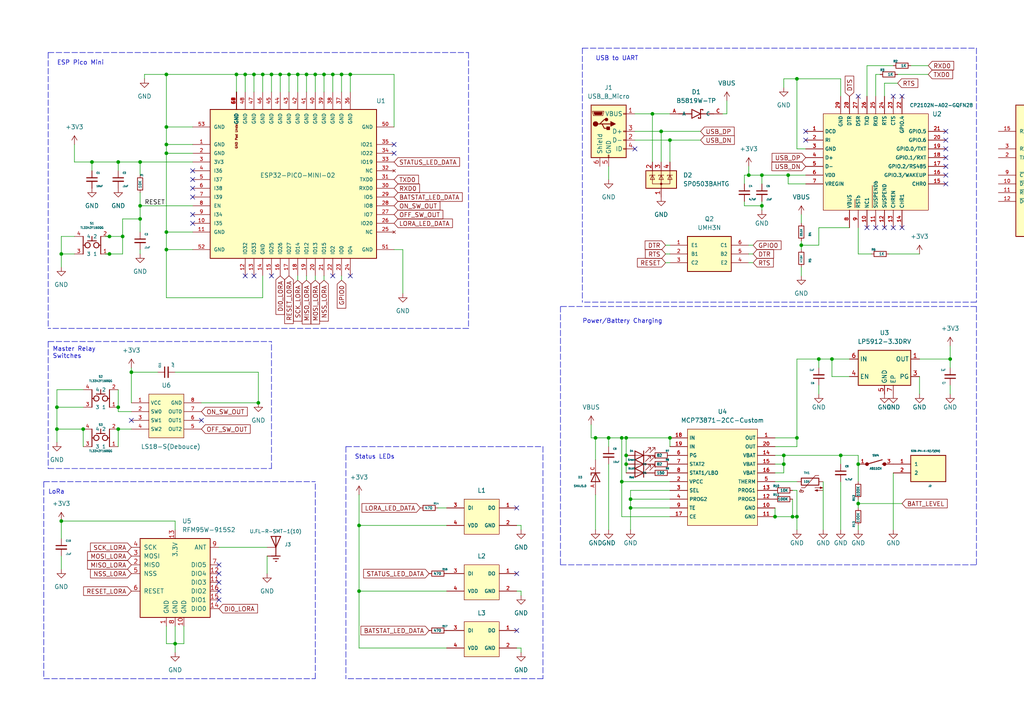
<source format=kicad_sch>
(kicad_sch (version 20211123) (generator eeschema)
  (paper "A4")
  (title_block (title "Kill Switch - Remote") (date "2023-01-18") (rev "1.0") (company "Created by: Greg Hulette") (comment 1 "- LoRa to WiFi Bridge") (comment 2 "- Buttons for Master Relay") (comment 3 "- Creates WiFi Network"))
  (junction (at 220.98 59.69))
  (junction (at 76.2 21.59))
  (junction (at 248.92 146.05))
  (junction (at 88.9 21.59))
  (junction (at 48.26 21.59))
  (junction (at 248.92 134.62))
  (junction (at 180.34 127))
  (junction (at 180.34 139.7))
  (junction (at 99.06 21.59))
  (junction (at 229.87 149.86))
  (junction (at 232.41 71.12))
  (junction (at 228.6 50.8))
  (junction (at 48.26 44.45))
  (junction (at 24.13 124.46))
  (junction (at 50.8 186.69))
  (junction (at 182.88 144.78))
  (junction (at 224.79 149.86))
  (junction (at 34.29 46.99))
  (junction (at 93.98 21.59))
  (junction (at 17.78 73.66))
  (junction (at 83.82 21.59))
  (junction (at 48.26 72.39))
  (junction (at 231.14 127))
  (junction (at 48.26 41.91))
  (junction (at 68.58 21.59))
  (junction (at 231.14 22.86))
  (junction (at 17.78 151.13))
  (junction (at 16.51 124.46))
  (junction (at 189.23 33.02))
  (junction (at 71.12 21.59))
  (junction (at 101.6 21.59))
  (junction (at 78.74 21.59))
  (junction (at 181.61 127))
  (junction (at 48.26 67.31))
  (junction (at 40.64 46.99))
  (junction (at 104.14 152.4))
  (junction (at 35.56 68.58))
  (junction (at 40.64 59.69))
  (junction (at 74.93 116.84))
  (junction (at 182.88 147.32))
  (junction (at 194.31 40.64))
  (junction (at 86.36 21.59))
  (junction (at 34.29 124.46))
  (junction (at 172.72 127))
  (junction (at 217.17 50.8))
  (junction (at 237.49 104.14))
  (junction (at 40.64 63.5))
  (junction (at 73.66 21.59))
  (junction (at 181.61 132.08))
  (junction (at 220.98 50.8))
  (junction (at 227.33 132.08))
  (junction (at 241.3 104.14))
  (junction (at 194.31 127))
  (junction (at 91.44 21.59))
  (junction (at 38.1 107.95))
  (junction (at 16.51 118.11))
  (junction (at 243.84 132.08))
  (junction (at 191.77 38.1))
  (junction (at 227.33 134.62))
  (junction (at 275.59 104.14))
  (junction (at 81.28 21.59))
  (junction (at 181.61 134.62))
  (junction (at 31.75 73.66))
  (junction (at 26.67 46.99))
  (junction (at 104.14 171.45))
  (junction (at 48.26 36.83))
  (junction (at 34.29 118.11))
  (junction (at 31.75 68.58))
  (junction (at 176.53 127))
  (junction (at 231.14 149.86))
  (junction (at 96.52 21.59))
  (no_connect (at 259.08 27.94))
  (no_connect (at 149.86 166.37))
  (no_connect (at 63.5 166.37))
  (no_connect (at 63.5 163.83))
  (no_connect (at 63.5 168.91))
  (no_connect (at 63.5 173.99))
  (no_connect (at 63.5 171.45))
  (no_connect (at 55.88 57.15))
  (no_connect (at 55.88 62.23))
  (no_connect (at 55.88 49.53))
  (no_connect (at 55.88 52.07))
  (no_connect (at 55.88 54.61))
  (no_connect (at 71.12 80.01))
  (no_connect (at 55.88 64.77))
  (no_connect (at 114.3 41.91))
  (no_connect (at 96.52 80.01))
  (no_connect (at 101.6 80.01))
  (no_connect (at 73.66 80.01))
  (no_connect (at 78.74 80.01))
  (no_connect (at 114.3 44.45))
  (no_connect (at 149.86 147.32))
  (no_connect (at 149.86 182.88))
  (no_connect (at 38.1 121.92))
  (no_connect (at 58.42 121.92))
  (no_connect (at 248.92 27.94))
  (no_connect (at 233.68 38.1))
  (no_connect (at 233.68 40.64))
  (no_connect (at 261.62 27.94))
  (no_connect (at 256.54 66.04))
  (no_connect (at 254 66.04))
  (no_connect (at 251.46 66.04))
  (no_connect (at 274.32 53.34))
  (no_connect (at 274.32 38.1))
  (no_connect (at 274.32 40.64))
  (no_connect (at 274.32 43.18))
  (no_connect (at 274.32 45.72))
  (no_connect (at 274.32 48.26))
  (no_connect (at 274.32 50.8))
  (no_connect (at 261.62 66.04))
  (no_connect (at 259.08 66.04))
  (no_connect (at 184.15 43.18))
  (polyline (pts (xy 135.89 15.24) (xy 135.89 95.25)))
  (polyline (pts (xy 100.33 129.54) (xy 157.48 129.54)))
  (wire (pts (xy 193.04 76.2) (xy 194.31 76.2)))
  (wire (pts (xy 16.51 113.03) (xy 16.51 118.11)))
  (wire (pts (xy 237.49 104.14) (xy 241.3 104.14)))
  (wire (pts (xy 40.64 46.99) (xy 34.29 46.99)))
  (wire (pts (xy 55.88 72.39) (xy 48.26 72.39)))
  (wire (pts (xy 215.9 58.42) (xy 215.9 59.69)))
  (wire (pts (xy 180.34 139.7) (xy 180.34 149.86)))
  (wire (pts (xy 104.14 187.96) (xy 129.54 187.96)))
  (wire (pts (xy 50.8 186.69) (xy 50.8 189.23)))
  (wire (pts (xy 254 27.94) (xy 254 21.59)))
  (wire (pts (xy 231.14 104.14) (xy 237.49 104.14)))
  (wire (pts (xy 256.54 27.94) (xy 256.54 24.13)))
  (wire (pts (xy 171.45 123.19) (xy 171.45 127)))
  (polyline (pts (xy 12.7 196.85) (xy 91.44 196.85)))
  (wire (pts (xy 34.29 118.11) (xy 34.29 119.38)))
  (wire (pts (xy 48.26 67.31) (xy 55.88 67.31)))
  (wire (pts (xy 71.12 21.59) (xy 71.12 26.67)))
  (polyline (pts (xy 13.97 99.06) (xy 78.74 99.06)))
  (polyline (pts (xy 168.91 13.97) (xy 283.21 13.97)))
  (wire (pts (xy 17.78 161.29) (xy 17.78 165.1)))
  (wire (pts (xy 220.98 53.34) (xy 220.98 50.8)))
  (wire (pts (xy 181.61 132.08) (xy 181.61 134.62)))
  (wire (pts (xy 93.98 21.59) (xy 96.52 21.59)))
  (wire (pts (xy 17.78 68.58) (xy 17.78 73.66)))
  (wire (pts (xy 218.44 73.66) (xy 217.17 73.66)))
  (wire (pts (xy 40.64 59.69) (xy 40.64 63.5)))
  (wire (pts (xy 232.41 77.47) (xy 232.41 80.01)))
  (wire (pts (xy 104.14 143.51) (xy 104.14 152.4)))
  (wire (pts (xy 181.61 134.62) (xy 181.61 137.16)))
  (wire (pts (xy 237.49 66.04) (xy 237.49 71.12)))
  (wire (pts (xy 209.55 33.02) (xy 210.82 33.02)))
  (wire (pts (xy 182.88 147.32) (xy 194.31 147.32)))
  (wire (pts (xy 48.26 72.39) (xy 48.26 67.31)))
  (wire (pts (xy 48.26 44.45) (xy 48.26 41.91)))
  (wire (pts (xy 86.36 21.59) (xy 86.36 26.67)))
  (wire (pts (xy 48.26 21.59) (xy 48.26 36.83)))
  (wire (pts (xy 53.34 181.61) (xy 53.34 186.69)))
  (wire (pts (xy 194.31 73.66) (xy 193.04 73.66)))
  (wire (pts (xy 194.31 127) (xy 194.31 129.54)))
  (wire (pts (xy 189.23 33.02) (xy 189.23 46.99)))
  (wire (pts (xy 16.51 118.11) (xy 24.13 118.11)))
  (polyline (pts (xy 283.21 88.9) (xy 283.21 163.83)))
  (wire (pts (xy 91.44 21.59) (xy 91.44 26.67)))
  (polyline (pts (xy 13.97 135.89) (xy 78.74 135.89)))
  (wire (pts (xy 88.9 21.59) (xy 91.44 21.59)))
  (wire (pts (xy 40.64 46.99) (xy 40.64 50.8)))
  (polyline (pts (xy 283.21 87.63) (xy 168.91 87.63)))
  (wire (pts (xy 48.26 41.91) (xy 55.88 41.91)))
  (wire (pts (xy 35.56 63.5) (xy 35.56 68.58)))
  (wire (pts (xy 224.79 139.7) (xy 231.14 139.7)))
  (wire (pts (xy 229.87 142.24) (xy 231.14 142.24)))
  (polyline (pts (xy 135.89 95.25) (xy 13.97 95.25)))
  (wire (pts (xy 228.6 50.8) (xy 220.98 50.8)))
  (wire (pts (xy 172.72 153.67) (xy 172.72 143.51)))
  (wire (pts (xy 21.59 41.91) (xy 21.59 46.99)))
  (wire (pts (xy 151.13 153.67) (xy 151.13 152.4)))
  (wire (pts (xy 215.9 59.69) (xy 220.98 59.69)))
  (wire (pts (xy 30.48 73.66) (xy 31.75 73.66)))
  (polyline (pts (xy 91.44 196.85) (xy 91.44 139.7)))
  (wire (pts (xy 275.59 114.3) (xy 275.59 111.76)))
  (polyline (pts (xy 162.56 88.9) (xy 162.56 163.83)))
  (wire (pts (xy 264.16 19.05) (xy 269.24 19.05)))
  (wire (pts (xy 220.98 58.42) (xy 220.98 59.69)))
  (wire (pts (xy 180.34 127) (xy 181.61 127)))
  (wire (pts (xy 16.51 124.46) (xy 16.51 128.27)))
  (polyline (pts (xy 12.7 139.7) (xy 91.44 139.7)))
  (wire (pts (xy 232.41 71.12) (xy 232.41 72.39)))
  (wire (pts (xy 55.88 46.99) (xy 40.64 46.99)))
  (wire (pts (xy 86.36 21.59) (xy 88.9 21.59)))
  (wire (pts (xy 26.67 46.99) (xy 21.59 46.99)))
  (wire (pts (xy 17.78 73.66) (xy 21.59 73.66)))
  (wire (pts (xy 73.66 21.59) (xy 76.2 21.59)))
  (wire (pts (xy 224.79 127) (xy 231.14 127)))
  (wire (pts (xy 151.13 171.45) (xy 149.86 171.45)))
  (polyline (pts (xy 168.91 13.97) (xy 168.91 87.63)))
  (wire (pts (xy 91.44 81.28) (xy 91.44 80.01)))
  (wire (pts (xy 83.82 21.59) (xy 86.36 21.59)))
  (wire (pts (xy 48.26 21.59) (xy 68.58 21.59)))
  (wire (pts (xy 176.53 48.26) (xy 176.53 52.07)))
  (wire (pts (xy 129.54 152.4) (xy 104.14 152.4)))
  (wire (pts (xy 71.12 21.59) (xy 73.66 21.59)))
  (wire (pts (xy 129.54 147.32) (xy 127 147.32)))
  (wire (pts (xy 181.61 127) (xy 181.61 132.08)))
  (wire (pts (xy 77.47 161.29) (xy 77.47 166.37)))
  (wire (pts (xy 40.64 72.39) (xy 40.64 73.66)))
  (wire (pts (xy 248.92 152.4) (xy 248.92 153.67)))
  (wire (pts (xy 233.68 50.8) (xy 228.6 50.8)))
  (wire (pts (xy 53.34 186.69) (xy 50.8 186.69)))
  (wire (pts (xy 246.38 109.22) (xy 241.3 109.22)))
  (wire (pts (xy 220.98 59.69) (xy 220.98 60.96)))
  (polyline (pts (xy 12.7 139.7) (xy 12.7 196.85)))
  (wire (pts (xy 17.78 151.13) (xy 17.78 156.21)))
  (wire (pts (xy 88.9 81.28) (xy 88.9 80.01)))
  (wire (pts (xy 184.15 40.64) (xy 194.31 40.64)))
  (wire (pts (xy 194.31 139.7) (xy 180.34 139.7)))
  (wire (pts (xy 38.1 107.95) (xy 38.1 116.84)))
  (wire (pts (xy 227.33 22.86) (xy 227.33 25.4)))
  (wire (pts (xy 224.79 137.16) (xy 227.33 137.16)))
  (wire (pts (xy 182.88 144.78) (xy 194.31 144.78)))
  (wire (pts (xy 40.64 55.88) (xy 40.64 59.69)))
  (wire (pts (xy 50.8 181.61) (xy 50.8 186.69)))
  (wire (pts (xy 81.28 21.59) (xy 83.82 21.59)))
  (wire (pts (xy 38.1 106.68) (xy 38.1 107.95)))
  (wire (pts (xy 237.49 106.68) (xy 237.49 104.14)))
  (wire (pts (xy 48.26 181.61) (xy 48.26 186.69)))
  (wire (pts (xy 237.49 71.12) (xy 232.41 71.12)))
  (wire (pts (xy 176.53 153.67) (xy 176.53 134.62)))
  (wire (pts (xy 248.92 132.08) (xy 248.92 134.62)))
  (wire (pts (xy 224.79 134.62) (xy 227.33 134.62)))
  (wire (pts (xy 266.7 104.14) (xy 275.59 104.14)))
  (wire (pts (xy 101.6 26.67) (xy 101.6 21.59)))
  (wire (pts (xy 76.2 80.01) (xy 76.2 86.36)))
  (wire (pts (xy 34.29 119.38) (xy 38.1 119.38)))
  (wire (pts (xy 182.88 144.78) (xy 182.88 147.32)))
  (wire (pts (xy 50.8 107.95) (xy 74.93 107.95)))
  (wire (pts (xy 194.31 40.64) (xy 194.31 46.99)))
  (wire (pts (xy 48.26 186.69) (xy 50.8 186.69)))
  (wire (pts (xy 17.78 73.66) (xy 17.78 77.47)))
  (wire (pts (xy 210.82 29.21) (xy 210.82 33.02)))
  (wire (pts (xy 76.2 26.67) (xy 76.2 21.59)))
  (wire (pts (xy 26.67 46.99) (xy 26.67 49.53)))
  (wire (pts (xy 227.33 137.16) (xy 227.33 134.62)))
  (wire (pts (xy 74.93 107.95) (xy 74.93 116.84)))
  (wire (pts (xy 217.17 76.2) (xy 218.44 76.2)))
  (wire (pts (xy 248.92 134.62) (xy 248.92 139.7)))
  (wire (pts (xy 182.88 147.32) (xy 182.88 153.67)))
  (wire (pts (xy 259.08 153.67) (xy 259.08 137.16)))
  (wire (pts (xy 231.14 22.86) (xy 227.33 22.86)))
  (wire (pts (xy 16.51 118.11) (xy 16.51 124.46)))
  (wire (pts (xy 86.36 81.28) (xy 86.36 80.01)))
  (wire (pts (xy 96.52 21.59) (xy 96.52 26.67)))
  (wire (pts (xy 224.79 129.54) (xy 231.14 129.54)))
  (wire (pts (xy 229.87 149.86) (xy 231.14 149.86)))
  (wire (pts (xy 104.14 171.45) (xy 129.54 171.45)))
  (wire (pts (xy 248.92 144.78) (xy 248.92 146.05)))
  (wire (pts (xy 172.72 133.35) (xy 172.72 127)))
  (wire (pts (xy 227.33 132.08) (xy 243.84 132.08)))
  (wire (pts (xy 68.58 21.59) (xy 68.58 26.67)))
  (wire (pts (xy 151.13 187.96) (xy 149.86 187.96)))
  (wire (pts (xy 104.14 152.4) (xy 104.14 171.45)))
  (wire (pts (xy 34.29 124.46) (xy 34.29 129.54)))
  (wire (pts (xy 41.91 21.59) (xy 48.26 21.59)))
  (wire (pts (xy 241.3 104.14) (xy 246.38 104.14)))
  (wire (pts (xy 233.68 53.34) (xy 228.6 53.34)))
  (wire (pts (xy 231.14 153.67) (xy 231.14 149.86)))
  (wire (pts (xy 243.84 132.08) (xy 248.92 132.08)))
  (wire (pts (xy 48.26 86.36) (xy 48.26 72.39)))
  (wire (pts (xy 275.59 100.33) (xy 275.59 104.14)))
  (wire (pts (xy 248.92 146.05) (xy 261.62 146.05)))
  (wire (pts (xy 238.76 139.7) (xy 238.76 153.67)))
  (wire (pts (xy 34.29 46.99) (xy 34.29 49.53)))
  (polyline (pts (xy 157.48 129.54) (xy 157.48 196.85)))
  (wire (pts (xy 184.15 33.02) (xy 189.23 33.02)))
  (wire (pts (xy 99.06 21.59) (xy 101.6 21.59)))
  (wire (pts (xy 58.42 116.84) (xy 74.93 116.84)))
  (wire (pts (xy 114.3 21.59) (xy 101.6 21.59)))
  (wire (pts (xy 78.74 21.59) (xy 78.74 26.67)))
  (wire (pts (xy 35.56 63.5) (xy 40.64 63.5)))
  (polyline (pts (xy 100.33 129.54) (xy 100.33 196.85)))
  (wire (pts (xy 24.13 124.46) (xy 24.13 129.54)))
  (wire (pts (xy 96.52 21.59) (xy 99.06 21.59)))
  (wire (pts (xy 116.84 72.39) (xy 116.84 85.09)))
  (wire (pts (xy 191.77 38.1) (xy 191.77 46.99)))
  (wire (pts (xy 231.14 104.14) (xy 231.14 127)))
  (wire (pts (xy 231.14 129.54) (xy 231.14 127)))
  (wire (pts (xy 151.13 152.4) (xy 149.86 152.4)))
  (polyline (pts (xy 78.74 135.89) (xy 78.74 99.06)))
  (wire (pts (xy 233.68 43.18) (xy 231.14 43.18)))
  (polyline (pts (xy 162.56 163.83) (xy 283.21 163.83)))
  (wire (pts (xy 151.13 172.72) (xy 151.13 171.45)))
  (wire (pts (xy 81.28 21.59) (xy 81.28 26.67)))
  (wire (pts (xy 248.92 73.66) (xy 252.73 73.66)))
  (wire (pts (xy 176.53 129.54) (xy 176.53 127)))
  (wire (pts (xy 35.56 68.58) (xy 35.56 73.66)))
  (wire (pts (xy 41.91 21.59) (xy 41.91 22.86)))
  (wire (pts (xy 104.14 171.45) (xy 104.14 187.96)))
  (wire (pts (xy 251.46 27.94) (xy 251.46 19.05)))
  (wire (pts (xy 88.9 21.59) (xy 88.9 26.67)))
  (wire (pts (xy 232.41 62.23) (xy 232.41 64.77)))
  (wire (pts (xy 254 21.59) (xy 255.27 21.59)))
  (wire (pts (xy 93.98 21.59) (xy 93.98 26.67)))
  (wire (pts (xy 248.92 146.05) (xy 248.92 147.32)))
  (wire (pts (xy 31.75 68.58) (xy 35.56 68.58)))
  (wire (pts (xy 50.8 153.67) (xy 50.8 151.13)))
  (wire (pts (xy 180.34 127) (xy 180.34 139.7)))
  (wire (pts (xy 248.92 66.04) (xy 248.92 73.66)))
  (wire (pts (xy 93.98 81.28) (xy 93.98 80.01)))
  (wire (pts (xy 151.13 189.23) (xy 151.13 187.96)))
  (wire (pts (xy 181.61 127) (xy 194.31 127)))
  (wire (pts (xy 50.8 151.13) (xy 17.78 151.13)))
  (wire (pts (xy 217.17 48.26) (xy 217.17 50.8)))
  (wire (pts (xy 83.82 21.59) (xy 83.82 26.67)))
  (wire (pts (xy 40.64 59.69) (xy 55.88 59.69)))
  (wire (pts (xy 229.87 149.86) (xy 224.79 149.86)))
  (wire (pts (xy 34.29 124.46) (xy 38.1 124.46)))
  (wire (pts (xy 63.5 158.75) (xy 77.47 158.75)))
  (wire (pts (xy 30.48 68.58) (xy 31.75 68.58)))
  (wire (pts (xy 176.53 127) (xy 180.34 127)))
  (wire (pts (xy 17.78 68.58) (xy 21.59 68.58)))
  (polyline (pts (xy 283.21 13.97) (xy 283.21 87.63)))
  (wire (pts (xy 243.84 27.94) (xy 243.84 22.86)))
  (wire (pts (xy 232.41 69.85) (xy 232.41 71.12)))
  (wire (pts (xy 215.9 50.8) (xy 217.17 50.8)))
  (wire (pts (xy 48.26 44.45) (xy 55.88 44.45)))
  (wire (pts (xy 16.51 124.46) (xy 24.13 124.46)))
  (polyline (pts (xy 13.97 99.06) (xy 13.97 135.89)))
  (wire (pts (xy 231.14 142.24) (xy 231.14 149.86)))
  (wire (pts (xy 91.44 21.59) (xy 93.98 21.59)))
  (wire (pts (xy 16.51 113.03) (xy 24.13 113.03)))
  (wire (pts (xy 217.17 50.8) (xy 220.98 50.8)))
  (wire (pts (xy 73.66 21.59) (xy 73.66 26.67)))
  (wire (pts (xy 114.3 36.83) (xy 114.3 21.59)))
  (wire (pts (xy 194.31 142.24) (xy 182.88 142.24)))
  (wire (pts (xy 257.81 73.66) (xy 266.7 73.66)))
  (polyline (pts (xy 283.21 88.9) (xy 162.56 88.9)))
  (wire (pts (xy 182.88 142.24) (xy 182.88 144.78)))
  (wire (pts (xy 40.64 63.5) (xy 40.64 67.31)))
  (wire (pts (xy 55.88 36.83) (xy 48.26 36.83)))
  (wire (pts (xy 189.23 33.02) (xy 194.31 33.02)))
  (wire (pts (xy 184.15 38.1) (xy 191.77 38.1)))
  (wire (pts (xy 78.74 21.59) (xy 81.28 21.59)))
  (wire (pts (xy 48.26 36.83) (xy 48.26 41.91)))
  (polyline (pts (xy 157.48 196.85) (xy 100.33 196.85)))
  (wire (pts (xy 215.9 53.34) (xy 215.9 50.8)))
  (wire (pts (xy 224.79 147.32) (xy 224.79 149.86)))
  (wire (pts (xy 194.31 149.86) (xy 180.34 149.86)))
  (wire (pts (xy 34.29 46.99) (xy 26.67 46.99)))
  (wire (pts (xy 260.35 21.59) (xy 269.24 21.59)))
  (wire (pts (xy 191.77 38.1) (xy 203.2 38.1)))
  (wire (pts (xy 48.26 67.31) (xy 48.26 44.45)))
  (wire (pts (xy 231.14 43.18) (xy 231.14 22.86)))
  (wire (pts (xy 76.2 21.59) (xy 78.74 21.59)))
  (wire (pts (xy 38.1 107.95) (xy 45.72 107.95)))
  (wire (pts (xy 229.87 144.78) (xy 229.87 149.86)))
  (wire (pts (xy 76.2 86.36) (xy 48.26 86.36)))
  (wire (pts (xy 243.84 153.67) (xy 243.84 139.7)))
  (wire (pts (xy 275.59 106.68) (xy 275.59 104.14)))
  (wire (pts (xy 256.54 24.13) (xy 260.35 24.13)))
  (wire (pts (xy 217.17 71.12) (xy 218.44 71.12)))
  (wire (pts (xy 241.3 109.22) (xy 241.3 104.14)))
  (wire (pts (xy 193.04 71.12) (xy 194.31 71.12)))
  (wire (pts (xy 171.45 127) (xy 172.72 127)))
  (polyline (pts (xy 13.97 15.24) (xy 135.89 15.24)))
  (wire (pts (xy 228.6 53.34) (xy 228.6 50.8)))
  (wire (pts (xy 237.49 66.04) (xy 246.38 66.04)))
  (wire (pts (xy 172.72 127) (xy 176.53 127)))
  (wire (pts (xy 237.49 111.76) (xy 237.49 114.3)))
  (wire (pts (xy 31.75 73.66) (xy 35.56 73.66)))
  (wire (pts (xy 227.33 134.62) (xy 227.33 132.08)))
  (wire (pts (xy 243.84 134.62) (xy 243.84 132.08)))
  (wire (pts (xy 251.46 19.05) (xy 259.08 19.05)))
  (wire (pts (xy 68.58 21.59) (xy 71.12 21.59)))
  (wire (pts (xy 243.84 22.86) (xy 231.14 22.86)))
  (wire (pts (xy 194.31 40.64) (xy 203.2 40.64)))
  (wire (pts (xy 224.79 132.08) (xy 227.33 132.08)))
  (wire (pts (xy 266.7 114.3) (xy 266.7 109.22)))
  (wire (pts (xy 99.06 80.01) (xy 99.06 81.28)))
  (wire (pts (xy 99.06 21.59) (xy 99.06 26.67)))
  (wire (pts (xy 34.29 113.03) (xy 34.29 118.11)))
  (wire (pts (xy 114.3 72.39) (xy 116.84 72.39)))
  (polyline (pts (xy 13.97 15.24) (xy 13.97 95.25)))
  (text "Power/Battery Charging" (at 168.91 93.98 0) (effects (font (size 1.27 1.27)) (justify left bottom)))
  (text "ESP Pico Mini" (at 16.51 19.05 0) (effects (font (size 1.27 1.27)) (justify left bottom)))
  (text "Master Relay \nSwitches" (at 15.24 104.14 0) (effects (font (size 1.27 1.27)) (justify left bottom)))
  (text "LoRa" (at 13.97 143.51 0) (effects (font (size 1.27 1.27)) (justify left bottom)))
  (text "Status LEDs" (at 102.87 133.35 0) (effects (font (size 1.27 1.27)) (justify left bottom)))
  (text "USB to UART" (at 172.72 17.78 0) (effects (font (size 1.27 1.27)) (justify left bottom)))
  (label "RESET" (at 41.91 59.69 0))
  (global_label "SCK_LORA" (shape input) (at 38.1 158.75 180) (property "Intersheet References" "${INTERSHEET_REFS}" (effects hide)))
  (global_label "TXD0" (shape input) (at 114.3 52.07 0) (property "Intersheet References" "${INTERSHEET_REFS}" (effects hide)))
  (global_label "TXD0" (shape input) (at 269.24 21.59 0) (property "Intersheet References" "${INTERSHEET_REFS}" (effects hide)))
  (global_label "DI0_LORA" (shape input) (at 81.28 80.01 270) (property "Intersheet References" "${INTERSHEET_REFS}" (effects hide)))
  (global_label "GPIO0" (shape input) (at 218.44 71.12 0) (property "Intersheet References" "${INTERSHEET_REFS}" (effects hide)))
  (global_label "MOSI_LORA" (shape input) (at 38.1 161.29 180) (property "Intersheet References" "${INTERSHEET_REFS}" (effects hide)))
  (global_label "NSS_LORA" (shape input) (at 38.1 166.37 180) (property "Intersheet References" "${INTERSHEET_REFS}" (effects hide)))
  (global_label "OFF_SW_OUT" (shape input) (at 114.3 62.23 0) (property "Intersheet References" "${INTERSHEET_REFS}" (effects hide)))
  (global_label "LORA_LED_DATA" (shape input) (at 114.3 64.77 0) (property "Intersheet References" "${INTERSHEET_REFS}" (effects hide)))
  (global_label "MISO_LORA" (shape input) (at 38.1 163.83 180) (property "Intersheet References" "${INTERSHEET_REFS}" (effects hide)))
  (global_label "RTS" (shape input) (at 218.44 76.2 0) (property "Intersheet References" "${INTERSHEET_REFS}" (effects hide)))
  (global_label "DTR" (shape input) (at 193.04 71.12 180) (property "Intersheet References" "${INTERSHEET_REFS}" (effects hide)))
  (global_label "GPIO0" (shape input) (at 99.06 81.28 270) (property "Intersheet References" "${INTERSHEET_REFS}" (effects hide)))
  (global_label "USB_DP" (shape input) (at 203.2 38.1 0) (property "Intersheet References" "${INTERSHEET_REFS}" (effects hide)))
  (global_label "OFF_SW_OUT" (shape input) (at 58.42 124.46 0) (property "Intersheet References" "${INTERSHEET_REFS}" (effects hide)))
  (global_label "USB_DN" (shape input) (at 233.68 48.26 180) (property "Intersheet References" "${INTERSHEET_REFS}" (effects hide)))
  (global_label "RESET_LORA" (shape input) (at 38.1 171.45 180) (property "Intersheet References" "${INTERSHEET_REFS}" (effects hide)))
  (global_label "USB_DN" (shape input) (at 203.2 40.64 0) (property "Intersheet References" "${INTERSHEET_REFS}" (effects hide)))
  (global_label "STATUS_LED_DATA" (shape input) (at 124.46 166.37 180) (property "Intersheet References" "${INTERSHEET_REFS}" (effects hide)))
  (global_label "MISO_LORA" (shape input) (at 88.9 81.28 270) (property "Intersheet References" "${INTERSHEET_REFS}" (effects hide)))
  (global_label "LORA_LED_DATA" (shape input) (at 121.92 147.32 180) (property "Intersheet References" "${INTERSHEET_REFS}" (effects hide)))
  (global_label "RTS" (shape input) (at 193.04 73.66 180) (property "Intersheet References" "${INTERSHEET_REFS}" (effects hide)))
  (global_label "RXD0" (shape input) (at 114.3 54.61 0) (property "Intersheet References" "${INTERSHEET_REFS}" (effects hide)))
  (global_label "DTR" (shape input) (at 218.44 73.66 0) (property "Intersheet References" "${INTERSHEET_REFS}" (effects hide)))
  (global_label "RESET_LORA" (shape input) (at 83.82 80.01 270) (property "Intersheet References" "${INTERSHEET_REFS}" (effects hide)))
  (global_label "STATUS_LED_DATA" (shape input) (at 114.3 46.99 0) (property "Intersheet References" "${INTERSHEET_REFS}" (effects hide)))
  (global_label "ON_SW_OUT" (shape input) (at 58.42 119.38 0) (property "Intersheet References" "${INTERSHEET_REFS}" (effects hide)))
  (global_label "BATSTAT_LED_DATA" (shape input) (at 124.46 182.88 180) (property "Intersheet References" "${INTERSHEET_REFS}" (effects hide)))
  (global_label "ON_SW_OUT" (shape input) (at 114.3 59.69 0) (property "Intersheet References" "${INTERSHEET_REFS}" (effects hide)))
  (global_label "RESET" (shape input) (at 193.04 76.2 180) (property "Intersheet References" "${INTERSHEET_REFS}" (effects hide)))
  (global_label "RXD0" (shape input) (at 269.24 19.05 0) (property "Intersheet References" "${INTERSHEET_REFS}" (effects hide)))
  (global_label "BATT_LEVEL" (shape input) (at 261.62 146.05 0) (property "Intersheet References" "${INTERSHEET_REFS}" (effects hide)))
  (global_label "RTS" (shape input) (at 260.35 24.13 0) (property "Intersheet References" "${INTERSHEET_REFS}" (effects hide)))
  (global_label "SCK_LORA" (shape input) (at 86.36 81.28 270) (property "Intersheet References" "${INTERSHEET_REFS}" (effects hide)))
  (global_label "BATSTAT_LED_DATA" (shape input) (at 114.3 57.15 0) (property "Intersheet References" "${INTERSHEET_REFS}" (effects hide)))
  (global_label "DTS" (shape input) (at 246.38 27.94 90) (property "Intersheet References" "${INTERSHEET_REFS}" (effects hide)))
  (global_label "USB_DP" (shape input) (at 233.68 45.72 180) (property "Intersheet References" "${INTERSHEET_REFS}" (effects hide)))
  (global_label "NSS_LORA" (shape input) (at 93.98 81.28 270) (property "Intersheet References" "${INTERSHEET_REFS}" (effects hide)))
  (global_label "MOSI_LORA" (shape input) (at 91.44 81.28 270) (property "Intersheet References" "${INTERSHEET_REFS}" (effects hide)))
  (global_label "DI0_LORA" (shape input) (at 63.5 176.53 0) (property "Intersheet References" "${INTERSHEET_REFS}" (effects hide)))
  (symbol (lib_id "power:GND") (at 41.91 22.86 0) (unit 1)
    (property "Reference" "#PWR0136" (effects hide))
    (property "Value" "GND" (at 41.91 27.94 0))
  )
  (symbol (lib_id "power:GND") (at 227.33 25.4 0) (unit 1)
    (property "Reference" "#PWR0108" (effects hide))
    (property "Value" "GND" (at 227.33 30.48 0))
  )
  (symbol (lib_id "LED:WS2812B-2020") (at 139.7 149.86 0) (unit 1)
    (property "Reference" "L1" (at 139.7 142.24 0))
    (property "Value" "WS2812B" (effects hide))
    (property "Footprint" "LED_SMD:LED_WS2812B_PLCC4_5.0x5.0mm_P3.2mm" (effects hide))
    (property "Datasheet" "http://cdn.sparkfun.com/datasheets/BreakoutBoards/WS2812B.pdf" (effects hide))
    (property "Manufacturers Name" "SparkFun Electronics" (effects hide))
    (property "Manufacturers Part Number" "COM-16347" (effects hide))
    (property "Digikey Part Number" "1568-COM-16347CT-ND" (effects hide))
    (property "Mouser Part Number" "485-4684" (effects hide))
    (property "LCSC" "C114586" (effects hide))
  )
  (symbol (lib_id "Device:C_Small") (at 40.64 69.85 0) (unit 1)
    (property "Reference" "C3" (at 41.91 67.9513 0) (effects (font (size 0.5 0.5)) (justify left)))
    (property "Value" ".1uF" (at 41.91 71.7613 0) (effects (font (size 0.5 0.5)) (justify left)))
    (property "Footprint" "Capacitor_SMD:C_0603_1608Metric" (effects hide))
    (property "Datasheet" "https://www.we-online.com/katalog/datasheet/885012206020.pdf" (effects hide))
    (property "Manufacturers Name" "Würth Elektronik" (effects hide))
    (property "Manufacturers Part Number" "885012206020" (effects hide))
    (property "Digikey Part Number" "732-7939-1-ND" (effects hide))
    (property "Mouser Part Number" "710-885012206020 " (effects hide))
    (property "LCSC" "-----" (effects hide))
  )
  (symbol (lib_id "power:GND") (at 238.76 153.67 0) (unit 1)
    (property "Reference" "#PWR0117" (effects hide))
    (property "Value" "GND" (at 238.76 157.48 0))
  )
  (symbol (lib_id "Device:C_Small") (at 176.53 132.08 0) (unit 1)
    (property "Reference" "C8" (at 177.8 130.1813 0) (effects (font (size 0.5 0.5)) (justify left)))
    (property "Value" "10uF" (at 177.8 133.9913 0) (effects (font (size 0.5 0.5)) (justify left)))
    (property "Footprint" "Capacitor_SMD:C_0805_2012Metric" (effects hide))
    (property "Datasheet" "https://www.we-online.com/katalog/datasheet/885012107014.pdf" (effects hide))
    (property "Manufacturers Name" "Würth Elektronik" (effects hide))
    (property "Manufacturers Part Number" "885012107014" (effects hide))
    (property "Digikey Part Number" "732-7624-1-ND" (effects hide))
    (property "Mouser Part Number" "710-885012107014" (effects hide))
    (property "LCSC" "-----" (effects hide))
  )
  (symbol (lib_id "Custom:S2B-PH-K-S(LF)(SN)") (at 269.24 134.62 0) (unit 1)
    (property "Reference" "J2" (at 269.24 140.9699 0) (effects (font (size 0.5 0.5)) (justify left)))
    (property "Value" "S2B-PH-K-S(LF)(SN)" (at 264.16 130.8099 0) (effects (font (size 0.5 0.5)) (justify left)))
    (property "Footprint" "Custom:JST_S2B-PH-K-S(LF)(SN)" (effects hide))
    (property "Datasheet" "https://www.jst-mfg.com/product/pdf/eng/ePH.pdf" (effects hide))
    (property "MAXIMUM_PACKAGE_HEIGHT" "4.8mm" (effects hide))
    (property "PACKAGE" "None" (effects hide))
    (property "AVAILABILITY" "Unavailable" (effects hide))
    (property "DESCRIPTION" "Connector Header Through Hole, Right Angle 2 position" (effects hide))
    (property "MP" "S2B-PH-K-S_LF__SN_" (effects hide))
    (property "MF" "JST Sales" (effects hide))
    (property "PRICE" "None" (effects hide))
    (property "Manufacturers Name" "JST Sales America Inc." (effects hide))
    (property "Manufacturers Part Number" "S2B-PH-K-S(LF)(SN)" (effects hide))
    (property "Digikey Part Number" "455-1719-ND" (effects hide))
    (property "Mouser Part Number" "-----" (effects hide))
    (property "LCSC" "C173752" (effects hide))
  )
  (symbol (lib_id "Device:R_Small") (at 191.77 137.16 270) (unit 1)
    (property "Reference" "R9" (at 193.0401 135.89 90) (effects (font (size 0.5 0.5)) (justify left)))
    (property "Value" "150" (at 190.5001 137.16 90) (effects (font (size 0.75 0.75)) (justify left)))
    (property "Footprint" "Resistor_SMD:R_0402_1005Metric" (effects hide))
    (property "Datasheet" "https://industrial.panasonic.com/cdbs/www-data/pdf/RDO0000/AOA0000C331.pdf" (effects hide))
    (property "Manufacturers Name" "Panasonic Electronic Components" (effects hide))
    (property "Manufacturers Part Number" "ERJ-PA2F1500X" (effects hide))
    (property "Digikey Part Number" "2019-SG73P1EWTTP101JCT-ND" (effects hide))
    (property "Mouser Part Number" "667-ERJ-PA2F1500X " (effects hide))
    (property "LCSC" "-------" (effects hide))
  )
  (symbol (lib_id "power:GND") (at 220.98 60.96 0) (unit 1)
    (property "Reference" "#PWR0105" (effects hide))
    (property "Value" "GND" (at 220.98 64.77 0))
  )
  (symbol (lib_id "Device:C_Small") (at 220.98 55.88 0) (unit 1)
    (property "Reference" "C5" (at 222.25 53.9813 0) (effects (font (size 0.5 0.5)) (justify left)))
    (property "Value" ".1uF" (at 222.25 57.7913 0) (effects (font (size 0.5 0.5)) (justify left)))
    (property "Footprint" "Capacitor_SMD:C_0603_1608Metric" (effects hide))
    (property "Datasheet" "https://www.we-online.com/katalog/datasheet/885012206020.pdf" (effects hide))
    (property "Manufacturers Name" "Würth Elektronik" (effects hide))
    (property "Manufacturers Part Number" "885012206020" (effects hide))
    (property "Digikey Part Number" "732-7939-1-ND" (effects hide))
    (property "Mouser Part Number" "710-885012206020 " (effects hide))
    (property "LCSC" "-----" (effects hide))
  )
  (symbol (lib_id "Device:R_Small") (at 127 182.88 270) (unit 1)
    (property "Reference" "R17" (at 128.2701 181.61 90) (effects (font (size 0.5 0.5)) (justify left)))
    (property "Value" "470" (at 125.7301 182.88 90) (effects (font (size 0.75 0.75)) (justify left)))
    (property "Footprint" "Resistor_SMD:R_0402_1005Metric" (effects hide))
    (property "Datasheet" "https://www.yageo.com/upload/media/product/productsearch/datasheet/rchip/PYu-RC_Group_51_RoHS_L_12.pdf" (effects hide))
    (property "Manufacturers Name" "YAGEO" (effects hide))
    (property "Manufacturers Part Number" "RC0402JR-13220RL" (effects hide))
    (property "Digikey Part Number" "13-RC0402JR-13220RLCT-ND" (effects hide))
    (property "Mouser Part Number" "603-RC0402JR-13220RL " (effects hide))
    (property "LCSC" "C3931306" (effects hide))
  )
  (symbol (lib_id "Regulator_Linear:LP5912-3.3DRV") (at 256.54 106.68 0) (unit 1)
    (property "Reference" "U3" (at 256.54 96.52 0))
    (property "Value" "LP5912-3.3DRV" (at 256.54 99.06 0))
    (property "Footprint" "Package_SON:WSON-6-1EP_2x2mm_P0.65mm_EP1x1.6mm_ThermalVias" (effects hide))
    (property "Datasheet" "http://www.ti.com/lit/ds/symlink/lp5912.pdf" (effects hide))
    (property "Manufacturers Name" "Texas Instruments" (effects hide))
    (property "Manufacturers Part Number" "LP5912Q3.3DRVTQ1" (effects hide))
    (property "Digikey Part Number" "296-48933-1-ND" (effects hide))
    (property "LCSC" "C2876187" (effects hide))
    (property "Mouser Part Number" "595-LP5912Q3.3DRVTQ1" (effects hide))
  )
  (symbol (lib_id "Device:R_Small") (at 127 166.37 270) (unit 1)
    (property "Reference" "R16" (at 128.2701 165.1 90) (effects (font (size 0.5 0.5)) (justify left)))
    (property "Value" "470" (at 125.7301 166.37 90) (effects (font (size 0.75 0.75)) (justify left)))
    (property "Footprint" "Resistor_SMD:R_0402_1005Metric" (effects hide))
    (property "Datasheet" "https://www.yageo.com/upload/media/product/productsearch/datasheet/rchip/PYu-RC_Group_51_RoHS_L_12.pdf" (effects hide))
    (property "Manufacturers Name" "YAGEO" (effects hide))
    (property "Manufacturers Part Number" "RC0402JR-13220RL" (effects hide))
    (property "Digikey Part Number" "13-RC0402JR-13220RLCT-ND" (effects hide))
    (property "Mouser Part Number" "603-RC0402JR-13220RL " (effects hide))
    (property "LCSC" "C3931306" (effects hide))
  )
  (symbol (lib_id "power:+3.3V") (at 104.14 143.51 0) (unit 1)
    (property "Reference" "#PWR0130" (effects hide))
    (property "Value" "+3.3V" (at 104.14 138.43 0))
  )
  (symbol (lib_id "power:GND") (at 256.54 114.3 0) (unit 1)
    (property "Reference" "#PWR0121" (effects hide))
    (property "Value" "GND" (at 256.54 118.11 0))
  )
  (symbol (lib_id "Device:LED") (at 185.42 132.08 180) (unit 1)
    (property "Reference" "D4" (at 183.1975 130.81 0) (effects (font (size 0.5 0.5))))
    (property "Value" "Green" (at 183.1975 133.35 0) (effects (font (size 0.5 0.5))))
    (property "Footprint" "LED_SMD:LED_0805_2012Metric_Pad1.15x1.40mm_HandSolder" (effects hide))
    (property "Datasheet" "https://media.digikey.com/pdf/Data%20Sheets/Lite-On%20PDFs/LTST-C171GKT.pdf" (effects hide))
    (property "Manufacturers Name" "Lite-On Inc." (effects hide))
    (property "Manufacturers Part Number" "LTST-C171GKT" (effects hide))
    (property "Digikey Part Number" "160-1423-1-ND" (effects hide))
    (property "Mouser Part Number" "859-LTST-C171GKT" (effects hide))
    (property "LCSC" "C913075" (effects hide))
  )
  (symbol (lib_id "power:VBUS") (at 171.45 123.19 0) (unit 1)
    (property "Reference" "#PWR0113" (effects hide))
    (property "Value" "VBUS" (at 171.45 118.11 0))
  )
  (symbol (lib_id "Device:R_Small") (at 191.77 132.08 270) (unit 1)
    (property "Reference" "R7" (at 193.0401 130.81 90) (effects (font (size 0.5 0.5)) (justify left)))
    (property "Value" "82" (at 190.5001 132.08 90) (effects (font (size 0.75 0.75)) (justify left)))
    (property "Footprint" "Resistor_SMD:R_0402_1005Metric" (effects hide))
    (property "Datasheet" "https://www.koaspeer.com/pdfs/SG73P.pdf" (effects hide))
    (property "Manufacturers Name" "KOA Speer Electronics, Inc." (effects hide))
    (property "Manufacturers Part Number" "SG73P1EWTTP820J" (effects hide))
    (property "Digikey Part Number" "2019-SG73P1EWTTP820JCT-ND" (effects hide))
    (property "Mouser Part Number" "660-SG73P1EWTTP820J " (effects hide))
    (property "LCSC" "C4003417" (effects hide))
  )
  (symbol (lib_id "power:GND") (at 151.13 172.72 0) (unit 1)
    (property "Reference" "#PWR0128" (effects hide))
    (property "Value" "GND" (at 151.13 177.8 0))
  )
  (symbol (lib_id "power:GND") (at 191.77 57.15 0) (unit 1)
    (property "Reference" "#PWR0103" (effects hide))
    (property "Value" "GND" (at 191.77 62.23 0))
  )
  (symbol (lib_id "power:GND") (at 182.88 153.67 0) (unit 1)
    (property "Reference" "#PWR0110" (effects hide))
    (property "Value" "GND" (at 182.88 157.48 0))
  )
  (symbol (lib_id "Custom:MCP73871-2CC-Custom") (at 209.55 139.7 0) (unit 1)
    (property "Reference" "U4" (at 209.55 119.38 0))
    (property "Value" "MCP73871-2CC-Custom" (at 209.55 121.92 0))
    (property "Footprint" "Package_DFN_QFN:QFN-20-1EP_4x4mm_P0.5mm_EP2.7x2.7mm_ThermalVias" (effects hide))
    (property "Datasheet" "https://ww1.microchip.com/downloads/en/DeviceDoc/MCP73871-Data-Sheet-20002090E.pdf" (effects hide))
    (property "Manufacturers Name" "Microchip Technology" (effects hide))
    (property "Manufacturers Part Number" "MCP73871-2CCI/ML" (effects hide))
    (property "Digikey Part Number" "MCP73871-2CCI/ML-ND" (effects hide))
    (property "Mouser Part Number" "579-MCP73871-2CCI/ML " (effects hide))
    (property "LCSC" "C5121473" (effects hide))
  )
  (symbol (lib_id "Custom:CP2102N-A02-GQFN28") (at 254 45.72 0) (unit 1)
    (property "Reference" "U2" (at 271.78 33.0706 0))
    (property "Value" "CP2102N-A02-GQFN28" (at 273.05 30.5307 0) (effects (font (size 1.016 1.016))))
    (property "Footprint" "Package_DFN_QFN:QFN-28-1EP_5x5mm_P0.5mm_EP3.35x3.35mm" (effects hide))
    (property "Manufacturers Name" "Silicon Labs" (effects hide))
    (property "Manufacturers Part Number" "CP2102N-A02-GQFN28" (effects hide))
    (property "Digikey Part Number" "336-5889-ND" (effects hide))
    (property "Mouser Part Number" "634-CP2102NA02GQFN28 " (effects hide))
    (property "LCSC" "C1550553" (effects hide))
  )
  (symbol (lib_id "Device:R_Small") (at 232.41 74.93 0) (unit 1)
    (property "Reference" "R5" (at 234.95 76.1999 90) (effects (font (size 0.6 0.6)) (justify left)))
    (property "Value" "47.5K" (at 232.41 76.1999 90) (effects (font (size 0.5 0.5)) (justify left)))
    (property "Footprint" "Resistor_SMD:R_0402_1005Metric" (effects hide))
    (property "Datasheet" "https://www.yageo.com/upload/media/product/productsearch/datasheet/rchip/PYu-RC_Group_51_RoHS_L_12.pdf" (effects hide))
    (property "Manufacturers Name" "YAGEO" (effects hide))
    (property "Manufacturers Part Number" "RC0402FR-0747K5L" (effects hide))
    (property "Digikey Part Number" "311-47.5KLRCT-ND" (effects hide))
    (property "Mouser Part Number" "603-RC0402FR-0747K5L " (effects hide))
    (property "LCSC" "C137974" (effects hide))
  )
  (symbol (lib_id "power:+3.3V") (at 38.1 106.68 0) (unit 1)
    (property "Reference" "#PWR0132" (effects hide))
    (property "Value" "+3.3V" (at 38.1 101.6 0))
  )
  (symbol (lib_id "power:GND") (at 50.8 189.23 0) (unit 1)
    (property "Reference" "#PWR0141" (effects hide))
    (property "Value" "GND" (at 50.8 194.31 0))
  )
  (symbol (lib_id "Power_Protection:SP0503BAHT") (at 191.77 52.07 0) (unit 1)
    (property "Reference" "D2" (at 198.12 50.7999 0) (effects (justify left)))
    (property "Value" "SP0503BAHTG" (at 198.12 53.3399 0) (effects (justify left)))
    (property "Footprint" "Package_TO_SOT_SMD:SOT-143" (effects hide))
    (property "Datasheet" "http://www.littelfuse.com/~/media/files/littelfuse/technical%20resources/documents/data%20sheets/sp05xxba.pdf" (effects hide))
    (property "Manufacturers Name" "Littelfuse Inc." (effects hide))
    (property "Manufacturers Part Number" "SP0503BAHTG" (effects hide))
    (property "Digikey Part Number" "F2715CT-ND" (effects hide))
    (property "Mouser Part Number" "576-SP0503BAHTG " (effects hide))
    (property "LCSC" "C7074" (effects hide))
  )
  (symbol (lib_id "power:GND") (at 231.14 153.67 0) (unit 1)
    (property "Reference" "#PWR0118" (effects hide))
    (property "Value" "GND" (at 231.14 157.48 0))
  )
  (symbol (lib_id "Device:R_Small") (at 227.33 144.78 90) (unit 1)
    (property "Reference" "R11" (at 226.0599 143.51 90) (effects (font (size 0.6 0.6)) (justify left)))
    (property "Value" "100K" (at 228.5999 144.78 90) (effects (font (size 0.75 0.75)) (justify left)))
    (property "Footprint" "Resistor_SMD:R_0402_1005Metric" (effects hide))
    (property "Datasheet" "https://www.yageo.com/upload/media/product/productsearch/datasheet/rchip/PYu-RT_1-to-0.01_RoHS_L_13.pdf" (effects hide))
    (property "Manufacturers Name" "YAGEO" (effects hide))
    (property "Manufacturers Part Number" "RT0402BRE07100KL" (effects hide))
    (property "Digikey Part Number" "YAG2304CT-ND" (effects hide))
    (property "Mouser Part Number" "603-RT0402BRE07100KL " (effects hide))
    (property "LCSC" "C136979" (effects hide))
  )
  (symbol (lib_id "power:GND") (at 232.41 80.01 0) (unit 1)
    (property "Reference" "#PWR0104" (effects hide))
    (property "Value" "GND" (at 232.41 85.09 0))
  )
  (symbol (lib_id "power:GND") (at 266.7 114.3 0) (unit 1)
    (property "Reference" "#PWR0142" (effects hide))
    (property "Value" "GND" (at 266.7 118.11 0))
  )
  (symbol (lib_id "power:GND") (at 259.08 114.3 0) (unit 1)
    (property "Reference" "#PWR0120" (effects hide))
    (property "Value" "GND" (at 259.08 118.11 0))
  )
  (symbol (lib_id "power:GND") (at 40.64 73.66 0) (unit 1)
    (property "Reference" "#PWR0138" (effects hide))
    (property "Value" "GND" (at 40.64 78.74 0))
  )
  (symbol (lib_id "power:+3.3V") (at 17.78 151.13 0) (unit 1)
    (property "Reference" "#PWR0123" (effects hide))
    (property "Value" "+3.3V" (at 17.78 146.05 0))
  )
  (symbol (lib_id "Device:C_Small") (at 26.67 52.07 0) (unit 1)
    (property "Reference" "C1" (at 27.94 50.1713 0) (effects (font (size 0.5 0.5)) (justify left)))
    (property "Value" "10uF" (at 27.94 53.9813 0) (effects (font (size 0.5 0.5)) (justify left)))
    (property "Footprint" "Capacitor_SMD:C_0805_2012Metric" (effects hide))
    (property "Datasheet" "https://www.we-online.com/katalog/datasheet/885012107014.pdf" (effects hide))
    (property "Manufacturers Name" "Würth Elektronik" (effects hide))
    (property "Manufacturers Part Number" "885012107014" (effects hide))
    (property "Digikey Part Number" "732-7624-1-ND" (effects hide))
    (property "Mouser Part Number" "710-885012107014" (effects hide))
    (property "LCSC" "-----" (effects hide))
  )
  (symbol (lib_id "Custom:U.FL-R-SMT-1(10)") (at 80.01 158.75 0) (unit 1)
    (property "Reference" "J3" (at 82.55 157.9244 0) (effects (font (size 1 1)) (justify left)))
    (property "Value" "U.FL-R-SMT-1(10)" (at 72.39 154.1144 0) (effects (font (size 1 1)) (justify left)))
    (property "Footprint" "Custom:HRS_U.FL-R-SMT-1(10)" (effects hide))
    (property "AVAILABILITY" "Good" (effects hide))
    (property "DESCRIPTION" "U.FL Series 6 Ghz 50 Ohm Ultra-small SMT Coaxial Cable Receptacle" (effects hide))
    (property "MP" "U.FL-R-SMT-1_10_" (effects hide))
    (property "PRICE" "0.71 USD" (effects hide))
    (property "MANUFACTURER" "Hirose" (effects hide))
    (property "PACKAGE" "None" (effects hide))
    (property "STANDARD" "Manufacturer Recommendation" (effects hide))
    (property "Manufacturers Name" "Hirose Electric Co Ltd" (effects hide))
    (property "Manufacturers Part Number" "U.FL-R-SMT-1(10)" (effects hide))
    (property "Digikey Part Number" "H11891CT-ND" (effects hide))
    (property "Mouser Part Number" "798-U.FL-R-SMT-110 " (effects hide))
    (property "LCSC" "C88373" (effects hide))
  )
  (symbol (lib_id "power:GND") (at 259.08 153.67 0) (unit 1)
    (property "Reference" "#PWR0114" (effects hide))
    (property "Value" "GND" (at 259.08 157.48 0))
  )
  (symbol (lib_id "Device:C_Small") (at 17.78 158.75 0) (unit 1)
    (property "Reference" "C10" (at 19.05 156.8513 0) (effects (font (size 0.5 0.5)) (justify left)))
    (property "Value" ".1uF" (at 19.05 160.6613 0) (effects (font (size 0.5 0.5)) (justify left)))
    (property "Footprint" "Capacitor_SMD:C_0603_1608Metric" (effects hide))
    (property "Datasheet" "https://www.we-online.com/katalog/datasheet/885012206020.pdf" (effects hide))
    (property "Manufacturers Name" "Würth Elektronik" (effects hide))
    (property "Manufacturers Part Number" "885012206020" (effects hide))
    (property "Digikey Part Number" "732-7939-1-ND" (effects hide))
    (property "Mouser Part Number" "710-885012206020 " (effects hide))
    (property "LCSC" "-----" (effects hide))
  )
  (symbol (lib_id "power:GND") (at 237.49 114.3 0) (unit 1)
    (property "Reference" "#PWR0116" (effects hide))
    (property "Value" "GND" (at 237.49 118.11 0))
  )
  (symbol (lib_id "Device:C_Small") (at 275.59 109.22 180) (unit 1)
    (property "Reference" "C7" (at 274.32 111.1187 0) (effects (font (size 0.5 0.5)) (justify left)))
    (property "Value" "1uF" (at 274.32 107.3087 0) (effects (font (size 0.5 0.5)) (justify left)))
    (property "Footprint" "Capacitor_SMD:C_0603_1608Metric" (effects hide))
    (property "Datasheet" "https://www.we-online.com/katalog/datasheet/885012206052.pdf" (effects hide))
    (property "Manufacturers Name" "Würth Elektronik" (effects hide))
    (property "Manufacturers Part Number" "885012206052" (effects hide))
    (property "Digikey Part Number" "732-7971-1-ND" (effects hide))
    (property "Mouser Part Number" "710-885012206052 " (effects hide))
    (property "LCSC" "C2170528" (effects hide))
  )
  (symbol (lib_id "Device:R_Small") (at 257.81 21.59 90) (unit 1)
    (property "Reference" "R3" (at 256.5399 20.32 90) (effects (font (size 0.6 0.6)) (justify left)))
    (property "Value" "1K" (at 259.0799 21.59 90) (effects (font (size 0.75 0.75)) (justify left)))
    (property "Footprint" "Resistor_SMD:R_0402_1005Metric" (effects hide))
    (property "Datasheet" "https://www.yageo.com/upload/media/product/productsearch/datasheet/rchip/PYu-RC_Group_51_RoHS_L_12.pdf" (effects hide))
    (property "Manufacturers Name" "YAGEO" (effects hide))
    (property "Manufacturers Part Number" "RC0402JR-071KL" (effects hide))
    (property "Digikey Part Number" "311-1.0KJRCT-ND" (effects hide))
    (property "Mouser Part Number" "603-RC0402JR-071KL " (effects hide))
    (property "LCSC" "C105637" (effects hide))
  )
  (symbol (lib_id "Custom:TL3342F160QG") (at 29.21 115.57 0) (unit 1)
    (property "Reference" "S2" (at 29.21 109.22 0) (effects (font (size 0.6 0.6))))
    (property "Value" "TL3342F160QG" (at 29.21 110.49 0) (effects (font (size 0.6 0.6))))
    (property "Footprint" "Custom:SW_TL3305BF260QG" (effects hide))
    (property "Datasheet" "https://sten-eswitch-13110800-production.s3.amazonaws.com/system/asset/product_line/data_sheet/165/TL3342.pdf" (effects hide))
    (property "MANUFACTURER" "E SWITCH" (effects hide))
    (property "Manufacturers Name" "E-Switch" (effects hide))
    (property "Manufacturers Part Number" "TL3305CF260QG" (effects hide))
    (property "Digikey Part Number" "EG5355CT-ND" (effects hide))
    (property "Mouser Part Number" "612-TL3305CF260QG" (effects hide))
    (property "LCSC" "C2886904" (effects hide))
  )
  (symbol (lib_id "power:GND") (at 275.59 114.3 0) (unit 1)
    (property "Reference" "#PWR0112" (effects hide))
    (property "Value" "GND" (at 275.59 118.11 0))
  )
  (symbol (lib_id "Device:LED") (at 185.42 134.62 180) (unit 1)
    (property "Reference" "D5" (at 187.0075 134.62 0) (effects (font (size 0.5 0.5))))
    (property "Value" "BLUE" (at 183.1975 135.89 0) (effects (font (size 0.5 0.5))))
    (property "Footprint" "LED_SMD:LED_0805_2012Metric_Pad1.15x1.40mm_HandSolder" (effects hide))
    (property "Datasheet" "https://optoelectronics.liteon.com/upload/download/DS-22-99-0226/LTST-C170TBKT.pdf" (effects hide))
    (property "Manufacturers Name" "Lite-On Inc." (effects hide))
    (property "Manufacturers Part Number" "LTST-C170TBKT" (effects hide))
    (property "Digikey Part Number" "160-1579-1-ND" (effects hide))
    (property "Mouser Part Number" "859-LTST-C170TBKT " (effects hide))
    (property "LCSC" "C98222" (effects hide))
  )
  (symbol (lib_id "Device:C_Small") (at 237.49 109.22 180) (unit 1)
    (property "Reference" "C6" (at 236.22 111.1187 0) (effects (font (size 0.5 0.5)) (justify left)))
    (property "Value" "1uF" (at 236.22 107.3087 0) (effects (font (size 0.5 0.5)) (justify left)))
    (property "Footprint" "Capacitor_SMD:C_0603_1608Metric" (effects hide))
    (property "Datasheet" "https://www.we-online.com/katalog/datasheet/885012206052.pdf" (effects hide))
    (property "Manufacturers Name" "Würth Elektronik" (effects hide))
    (property "Manufacturers Part Number" "885012206052" (effects hide))
    (property "Digikey Part Number" "732-7971-1-ND" (effects hide))
    (property "Mouser Part Number" "710-885012206052 " (effects hide))
    (property "LCSC" "C2170528" (effects hide))
  )
  (symbol (lib_id "Device:R_Small") (at 255.27 73.66 90) (unit 1)
    (property "Reference" "R6" (at 253.9999 72.39 90) (effects (font (size 0.6 0.6)) (justify left)))
    (property "Value" "1K" (at 256.5399 73.66 90) (effects (font (size 0.75 0.75)) (justify left)))
    (property "Footprint" "Resistor_SMD:R_0402_1005Metric" (effects hide))
    (property "Datasheet" "https://www.yageo.com/upload/media/product/productsearch/datasheet/rchip/PYu-RC_Group_51_RoHS_L_12.pdf" (effects hide))
    (property "Manufacturers Name" "YAGEO" (effects hide))
    (property "Manufacturers Part Number" "RC0402JR-071KL" (effects hide))
    (property "Digikey Part Number" "311-1.0KJRCT-ND" (effects hide))
    (property "Mouser Part Number" "603-RC0402JR-071KL " (effects hide))
    (property "LCSC" "C105637" (effects hide))
  )
  (symbol (lib_id "power:VBUS") (at 232.41 62.23 0) (unit 1)
    (property "Reference" "#PWR0109" (effects hide))
    (property "Value" "VBUS" (at 232.41 57.15 0))
  )
  (symbol (lib_id "power:GND") (at 248.92 153.67 0) (unit 1)
    (property "Reference" "#PWR0115" (effects hide))
    (property "Value" "GND" (at 248.92 157.48 0))
  )
  (symbol (lib_id "power:GND") (at 17.78 165.1 0) (unit 1)
    (property "Reference" "#PWR0131" (effects hide))
    (property "Value" "GND" (at 17.78 170.18 0))
  )
  (symbol (lib_id "Device:R_Small") (at 248.92 149.86 180) (unit 1)
    (property "Reference" "R13" (at 247.65 151.1301 90) (effects (font (size 0.6 0.6)) (justify left)))
    (property "Value" "100K" (at 248.92 148.5901 90) (effects (font (size 0.75 0.75)) (justify left)))
    (property "Footprint" "Resistor_SMD:R_0402_1005Metric" (effects hide))
    (property "Datasheet" "https://www.yageo.com/upload/media/product/productsearch/datasheet/rchip/PYu-RT_1-to-0.01_RoHS_L_13.pdf" (effects hide))
    (property "Manufacturers Name" "YAGEO" (effects hide))
    (property "Manufacturers Part Number" "RT0402BRE07100KL" (effects hide))
    (property "Digikey Part Number" "YAG2304CT-ND" (effects hide))
    (property "Mouser Part Number" "603-RT0402BRE07100KL " (effects hide))
    (property "LCSC" "C136979" (effects hide))
  )
  (symbol (lib_id "Custom:ESP32-WROOM-32-Custom") (at -24.13 82.55 0) (unit 1)
    (property "Reference" "U7" (at -25.4 57.15 0))
    (property "Value" "ESP32-WROOM-32-Custom" (at -25.4 59.69 0))
    (property "Footprint" "Custom:ESP32-WROOM-32" (effects hide))
  )
  (symbol (lib_id "Custom:CH340C") (at 304.8 50.8 0) (unit 1)
    (property "Reference" "U8" (at 304.8 25.4 0))
    (property "Value" "CH340C" (at 304.8 27.94 0))
    (property "Footprint" "Custom:SOIC127P600X180-16N" (effects hide))
    (property "PARTREV" "2G" (effects hide))
    (property "MANUFACTURER" "WCH" (effects hide))
    (property "MAXIMUM_PACKAGE_HEIGHT" "1.8 mm" (effects hide))
    (property "STANDARD" "IPC 7351B" (effects hide))
  )
  (symbol (lib_id "Connector:USB_B_Micro") (at 176.53 38.1 0) (unit 1)
    (property "Reference" "J1" (at 176.53 25.4 0))
    (property "Value" "USB_B_Micro" (at 176.53 27.94 0))
    (property "Footprint" "Connector_USB:USB_Micro-B_Amphenol_10118194_Horizontal" (effects hide))
    (property "Datasheet" "https://www.amphenol-cs.com/media/wysiwyg/files/drawing/10118194.pdf" (effects hide))
    (property "Manufacturers Name" "Amphenol ICC (FCI)" (effects hide))
    (property "Manufacturers Part Number" "10118194-0001LF" (effects hide))
    (property "Digikey Part Number" "609-4618-1-ND" (effects hide))
    (property "Mouser Part Number" "649-10118194-0001LF " (effects hide))
    (property "LCSC" "C132563" (effects hide))
  )
  (symbol (lib_id "RF_Module:RFM95W-915S2") (at 50.8 166.37 0) (unit 1)
    (property "Reference" "U5" (at 52.8194 151.13 0) (effects (justify left)))
    (property "Value" "RFM95W-915S2" (at 52.8194 153.67 0) (effects (justify left)))
    (property "Footprint" "Custom:RFM95W-915S2" (effects hide))
    (property "Datasheet" "https://www.hoperf.com/data/upload/portal/20181127/5bfcbea20e9ef.pdf" (effects hide))
    (property "Manufacturers Name" "RF Solutions" (effects hide))
    (property "Manufacturers Part Number" "RFM95W-915S2" (effects hide))
    (property "Digikey Part Number" "RFM95W-915S2-ND" (effects hide))
    (property "Mouser Part Number" "223-RFM95W-915S2 " (effects hide))
    (property "LCSC" "-----" (effects hide))
  )
  (symbol (lib_id "power:GND") (at 17.78 77.47 0) (unit 1)
    (property "Reference" "#PWR0139" (effects hide))
    (property "Value" "GND" (at 17.78 82.55 0))
  )
  (symbol (lib_id "Custom:TL3342F160QG") (at 29.21 127 0) (unit 1)
    (property "Reference" "S3" (at 29.21 123.19 0) (effects (font (size 0.6 0.6))))
    (property "Value" "TL3342F160QG" (at 29.21 130.81 0) (effects (font (size 0.6 0.6))))
    (property "Footprint" "Custom:SW_TL3305BF260QG" (effects hide))
    (property "Datasheet" "https://sten-eswitch-13110800-production.s3.amazonaws.com/system/asset/product_line/data_sheet/165/TL3342.pdf" (effects hide))
    (property "MANUFACTURER" "E SWITCH" (effects hide))
    (property "Manufacturers Name" "E-Switch" (effects hide))
    (property "Manufacturers Part Number" "TL3305CF260QG" (effects hide))
    (property "Digikey Part Number" "EG5355CT-ND" (effects hide))
    (property "Mouser Part Number" "612-TL3305CF260QG" (effects hide))
    (property "LCSC" "C2886904" (effects hide))
  )
  (symbol (lib_id "Device:C_Small") (at 34.29 52.07 0) (unit 1)
    (property "Reference" "C2" (at 35.56 50.1713 0) (effects (font (size 0.5 0.5)) (justify left)))
    (property "Value" ".1uF" (at 35.56 53.9813 0) (effects (font (size 0.5 0.5)) (justify left)))
    (property "Footprint" "Capacitor_SMD:C_0603_1608Metric" (effects hide))
    (property "Datasheet" "https://www.we-online.com/katalog/datasheet/885012206020.pdf" (effects hide))
    (property "Manufacturers Name" "Würth Elektronik" (effects hide))
    (property "Manufacturers Part Number" "885012206020" (effects hide))
    (property "Digikey Part Number" "732-7939-1-ND" (effects hide))
    (property "Mouser Part Number" "710-885012206020 " (effects hide))
    (property "LCSC" "-----" (effects hide))
  )
  (symbol (lib_id "Device:C_Small") (at 243.84 137.16 0) (unit 1)
    (property "Reference" "C9" (at 245.11 135.2613 0) (effects (font (size 0.5 0.5)) (justify left)))
    (property "Value" "4.7uF" (at 245.11 139.0713 0) (effects (font (size 0.5 0.5)) (justify left)))
    (property "Footprint" "Capacitor_SMD:C_0603_1608Metric" (effects hide))
    (property "Datasheet" "https://www.we-online.com/katalog/datasheet/885012106005.pdf" (effects hide))
    (property "Manufacturers Name" "Würth Elektronik" (effects hide))
    (property "Manufacturers Part Number" "885012106005" (effects hide))
    (property "Digikey Part Number" "732-7902-1-ND" (effects hide))
    (property "Mouser Part Number" "710-885012106005 " (effects hide))
    (property "LCSC" "-----" (effects hide))
  )
  (symbol (lib_id "power:GND") (at 172.72 153.67 0) (unit 1)
    (property "Reference" "#PWR0124" (effects hide))
    (property "Value" "GND" (at 172.72 157.48 0))
  )
  (symbol (lib_id "Device:R_Small") (at 232.41 67.31 0) (unit 1)
    (property "Reference" "R4" (at 234.95 68.5799 90) (effects (font (size 0.6 0.6)) (justify left)))
    (property "Value" "22.1K" (at 232.41 68.5799 90) (effects (font (size 0.5 0.5)) (justify left)))
    (property "Footprint" "Resistor_SMD:R_0402_1005Metric" (effects hide))
    (property "Datasheet" "https://www.yageo.com/upload/media/product/productsearch/datasheet/rchip/PYu-RC_Group_51_RoHS_L_12.pdf" (effects hide))
    (property "Manufacturers Name" "YAGEO" (effects hide))
    (property "Manufacturers Part Number" "RC0402JR-0722KL" (effects hide))
    (property "Digikey Part Number" "311-22KJRCT-ND" (effects hide))
    (property "Mouser Part Number" "603-RC0402JR-0722KL " (effects hide))
    (property "LCSC" "C137898" (effects hide))
  )
  (symbol (lib_id "Custom:UMH3N") (at 194.31 71.12 0) (unit 1)
    (property "Reference" "Q2" (at 205.74 63.5 0))
    (property "Value" "UMH3N" (at 205.74 66.04 0))
    (property "Footprint" "Custom:SOT65P230X110-6N" (effects hide))
    (property "Datasheet" "https://www.mouser.com/datasheet/2/348/umh3ntn-e-1872947.pdf" (effects hide))
    (property "MANUFACTURER_PART_NUMBER" "UMH3N" (effects hide))
    (property "MANUFACTURER_NAME" "Changjiang Electronics Tech (CJ)" (effects hide))
    (property "HEIGHT" "1.1mm" (effects hide))
    (property "DESCRIPTION" "2 NPN pre-biased (Dual) 100mA 50V SC-70-6(SOT-363) Digital Transistors RoHS" (effects hide))
    (property "Manufacturers Name" "ROHM Semiconductor" (effects hide))
    (property "Manufacturers Part Number" "UMH3NTN " (effects hide))
    (property "Digikey Part Number" "UMH3NTNCT-ND" (effects hide))
    (property "Mouser Part Number" "755-UMH3NTN " (effects hide))
    (property "LCSC" "C123008" (effects hide))
  )
  (symbol (lib_id "power:GND") (at 77.47 166.37 0) (unit 1)
    (property "Reference" "#PWR0140" (effects hide))
    (property "Value" "GND" (at 77.47 171.45 0))
  )
  (symbol (lib_id "Device:R_Small") (at 227.33 142.24 90) (unit 1)
    (property "Reference" "R10" (at 226.0599 140.97 90) (effects (font (size 0.6 0.6)) (justify left)))
    (property "Value" "10K" (at 228.5999 142.24 90) (effects (font (size 0.75 0.75)) (justify left)))
    (property "Footprint" "Resistor_SMD:R_0402_1005Metric" (effects hide))
    (property "Datasheet" "https://www.yageo.com/upload/media/product/productsearch/datasheet/rchip/PYu-RC_Group_51_RoHS_L_12.pdf" (effects hide))
    (property "Manufacturers Name" "YAGEO" (effects hide))
    (property "Manufacturers Part Number" "RC0402JR-0710KL" (effects hide))
    (property "Digikey Part Number" "311-10KJRCT-ND" (effects hide))
    (property "Mouser Part Number" "603-RC0402JR-0710KL " (effects hide))
    (property "LCSC" "C60489" (effects hide))
  )
  (symbol (lib_id "power:GND") (at 26.67 54.61 0) (unit 1)
    (property "Reference" "#PWR0134" (effects hide))
    (property "Value" "GND" (at 26.67 59.69 0))
  )
  (symbol (lib_id "Device:R_Small") (at 261.62 19.05 90) (unit 1)
    (property "Reference" "R2" (at 260.3499 17.78 90) (effects (font (size 0.6 0.6)) (justify left)))
    (property "Value" "1K" (at 262.8899 19.05 90) (effects (font (size 0.75 0.75)) (justify left)))
    (property "Footprint" "Resistor_SMD:R_0402_1005Metric" (effects hide))
    (property "Datasheet" "https://www.yageo.com/upload/media/product/productsearch/datasheet/rchip/PYu-RC_Group_51_RoHS_L_12.pdf" (effects hide))
    (property "Manufacturers Name" "YAGEO" (effects hide))
    (property "Manufacturers Part Number" "RC0402JR-071KL" (effects hide))
    (property "Digikey Part Number" "311-1.0KJRCT-ND" (effects hide))
    (property "Mouser Part Number" "603-RC0402JR-071KL " (effects hide))
    (property "LCSC" "C105637" (effects hide))
  )
  (symbol (lib_id "Custom:B5819W-TP") (at 201.93 33.02 0) (unit 1)
    (property "Reference" "D1" (at 201.93 26.67 0))
    (property "Value" "B5819W-TP" (at 201.93 29.21 0))
    (property "Footprint" "Custom:SOD3716X135N" (effects hide))
    (property "Datasheet" "https://www.mccsemi.com/pdf/Products/B5817W-B5819W(SOD-123).pdf" (effects hide))
    (property "MANUFACTURER" "Micro Commercial Components" (effects hide))
    (property "Manufacturers Name" "Micro Commercial Co" (effects hide))
    (property "Manufacturers Part Number" "B5819W-TP" (effects hide))
    (property "Digikey Part Number" "B5819W-TPMSCT-ND" (effects hide))
    (property "Mouser Part Number" "833-B5819W-TP " (effects hide))
    (property "LCSC" "C84354" (effects hide))
  )
  (symbol (lib_id "Device:Thermistor_NTC") (at 234.95 139.7 90) (unit 1)
    (property "Reference" "TH1" (at 233.9975 137.16 90) (effects (font (size 0.6 0.6))))
    (property "Value" "10K" (at 233.9975 139.7 90) (effects (font (size 0.6 0.6))))
    (property "Footprint" "Capacitor_SMD:C_0603_1608Metric" (effects hide))
    (property "Datasheet" "https://www.ohmite.com/assets/docs/res_tx.pdf?r=false" (effects hide))
    (property "Manufacturers Name" "Ohmite" (effects hide))
    (property "Manufacturers Part Number" "TX06F103F3435ER" (effects hide))
    (property "Digikey Part Number" "273-TX06F103F3435ERCT-ND" (effects hide))
    (property "Mouser Part Number" "588-TX06F103F3435ER " (effects hide))
    (property "LCSC" "------" (effects hide))
  )
  (symbol (lib_id "power:GND") (at 74.93 116.84 0) (unit 1)
    (property "Reference" "#PWR0127" (effects hide))
    (property "Value" "GND" (at 74.93 121.92 0))
  )
  (symbol (lib_id "Device:R_Small") (at 191.77 134.62 270) (unit 1)
    (property "Reference" "R8" (at 193.0401 133.35 90) (effects (font (size 0.5 0.5)) (justify left)))
    (property "Value" "82" (at 190.5001 134.62 90) (effects (font (size 0.75 0.75)) (justify left)))
    (property "Footprint" "Resistor_SMD:R_0402_1005Metric" (effects hide))
    (property "Datasheet" "https://www.koaspeer.com/pdfs/SG73P.pdf" (effects hide))
    (property "Manufacturers Name" "KOA Speer Electronics, Inc." (effects hide))
    (property "Manufacturers Part Number" "SG73P1EWTTP820J" (effects hide))
    (property "Digikey Part Number" "2019-SG73P1EWTTP820JCT-ND" (effects hide))
    (property "Mouser Part Number" "660-SG73P1EWTTP820J " (effects hide))
    (property "LCSC" "C4003417" (effects hide))
  )
  (symbol (lib_id "power:GND") (at 116.84 85.09 0) (unit 1)
    (property "Reference" "#PWR0126" (effects hide))
    (property "Value" "GND" (at 116.84 90.17 0))
  )
  (symbol (lib_id "Custom:TL3342F160QG") (at 26.67 71.12 0) (unit 1)
    (property "Reference" "S1" (at 26.67 64.77 0) (effects (font (size 0.6 0.6))))
    (property "Value" "TL3342F160QG" (at 26.67 66.04 0) (effects (font (size 0.6 0.6))))
    (property "Footprint" "Custom:SW_TL3342F160QG" (effects hide))
    (property "Datasheet" "https://sten-eswitch-13110800-production.s3.amazonaws.com/system/asset/product_line/data_sheet/165/TL3342.pdf" (effects hide))
    (property "MANUFACTURER" "E SWITCH" (effects hide))
    (property "Manufacturers Name" "E-Switch" (effects hide))
    (property "Manufacturers Part Number" "TL3342F160QG/TR" (effects hide))
    (property "Digikey Part Number" "EG2531CT-ND" (effects hide))
    (property "Mouser Part Number" "------" (effects hide))
    (property "LCSC" "------" (effects hide))
  )
  (symbol (lib_id "power:VBUS") (at 210.82 29.21 0) (unit 1)
    (property "Reference" "#PWR0107" (effects hide))
    (property "Value" "VBUS" (at 210.82 24.13 0))
  )
  (symbol (lib_id "power:+3.3V") (at 21.59 41.91 0) (unit 1)
    (property "Reference" "#PWR0137" (effects hide))
    (property "Value" "+3.3V" (at 21.59 36.83 0))
  )
  (symbol (lib_id "Custom:SMAJ5.0") (at 172.72 138.43 270) (unit 1)
    (property "Reference" "D3" (at 167.64 138.4299 90) (effects (font (size 0.6 0.6)) (justify left)))
    (property "Value" "SMAJ5.0" (at 166.37 140.9699 90) (effects (font (size 0.6 0.6)) (justify left)))
    (property "Footprint" "Custom:SMAJ5.0_DIOM4325X250N" (effects hide))
    (property "Datasheet" "https://www.vishay.com/docs/88390/smaj50a.pdf" (effects hide))
    (property "MAXIMUM_PACKAGE_HEIGHT" "2.5 mm" (effects hide))
    (property "MANUFACTURER" "Taiwan Semiconductor" (effects hide))
    (property "PARTREV" "S2102" (effects hide))
    (property "STANDARD" "IPC-7351B" (effects hide))
    (property "Manufacturers Name" "Vishay General Semiconductor - Diodes Division" (effects hide))
    (property "Manufacturers Part Number" "SMAJ5.0A-E3/5A" (effects hide))
    (property "Digikey Part Number" "SMAJ5.0A-E3/5AGICT-ND" (effects hide))
    (property "Mouser Part Number" "625-SMAJ5.0A-E3/5A " (effects hide))
    (property "LCSC" "C511513" (effects hide))
  )
  (symbol (lib_id "power:+3.3V") (at 275.59 100.33 0) (unit 1)
    (property "Reference" "#PWR0111" (effects hide))
    (property "Value" "+3.3V" (at 275.59 95.25 0))
  )
  (symbol (lib_id "power:GND") (at 176.53 52.07 0) (unit 1)
    (property "Reference" "#PWR0101" (effects hide))
    (property "Value" "GND" (at 176.53 57.15 0))
  )
  (symbol (lib_id "Device:LED") (at 185.42 137.16 180) (unit 1)
    (property "Reference" "D6" (at 187.0075 137.16 0) (effects (font (size 0.5 0.5))))
    (property "Value" "Red" (at 183.1975 138.43 0) (effects (font (size 0.5 0.5))))
    (property "Footprint" "LED_SMD:LED_0805_2012Metric_Pad1.15x1.40mm_HandSolder" (effects hide))
    (property "Datasheet" "https://optoelectronics.liteon.com/upload/download/DS22-2000-109/LTST-C171KRKT.pdf" (effects hide))
    (property "Manufacturers Name" "Lite-On Inc." (effects hide))
    (property "Manufacturers Part Number" "LTST-C171KRKT" (effects hide))
    (property "Digikey Part Number" "160-1427-1-ND" (effects hide))
    (property "Mouser Part Number" "859-LTST-C171KRKT " (effects hide))
    (property "LCSC" "C284871" (effects hide))
  )
  (symbol (lib_id "power:GND") (at 16.51 128.27 0) (unit 1)
    (property "Reference" "#PWR0133" (effects hide))
    (property "Value" "GND" (at 16.51 133.35 0))
  )
  (symbol (lib_id "LED:WS2812B-2020") (at 139.7 185.42 0) (unit 1)
    (property "Reference" "L3" (at 139.7 177.8 0))
    (property "Value" "WS2812B" (effects hide))
    (property "Footprint" "LED_SMD:LED_WS2812B_PLCC4_5.0x5.0mm_P3.2mm" (effects hide))
    (property "Datasheet" "http://cdn.sparkfun.com/datasheets/BreakoutBoards/WS2812B.pdf" (effects hide))
    (property "Manufacturers Name" "SparkFun Electronics" (effects hide))
    (property "Manufacturers Part Number" "COM-16347" (effects hide))
    (property "Digikey Part Number" "1568-COM-16347CT-ND" (effects hide))
    (property "Mouser Part Number" "485-4684" (effects hide))
    (property "LCSC" "C114586" (effects hide))
  )
  (symbol (lib_id "Custom:LS18-S(Debouce)") (at 48.26 121.92 0) (unit 1)
    (property "Reference" "U6" (at 48.26 111.76 0))
    (property "Value" "LS18-S(Debouce)" (at 49.53 129.54 0))
    (property "Footprint" "Custom:SOIC127P600X175-8N" (effects hide))
    (property "Datasheet" "https://www.logiswitch.com/wp-content/uploads/LS10-Series-ICs-Technical-Details.pdf" (effects hide))
    (property "Manufacturers Name" "LogiSwitch" (effects hide))
    (property "Manufacturers Part Number" "LS18-S" (effects hide))
    (property "Digikey Part Number" "2978-LS18-S-ND" (effects hide))
    (property "Mouser Part Number" "------" (effects hide))
    (property "LCSC" "-----" (effects hide))
  )
  (symbol (lib_id "power:GND") (at 151.13 153.67 0) (unit 1)
    (property "Reference" "#PWR0122" (effects hide))
    (property "Value" "GND" (at 151.13 158.75 0))
  )
  (symbol (lib_id "power:GND") (at 34.29 54.61 0) (unit 1)
    (property "Reference" "#PWR0135" (effects hide))
    (property "Value" "GND" (at 34.29 59.69 0))
  )
  (symbol (lib_id "Custom:AS11CH") (at 254 134.62 0) (unit 1)
    (property "Reference" "SW4" (at 254 132.08 0) (effects (font (size 0.6 0.6))))
    (property "Value" "AS11CH" (at 254 135.89 0) (effects (font (size 0.6 0.6))))
    (property "Footprint" "Custom:AS11CH" (effects hide))
    (property "Datasheet" "https://www.nkkswitches.com/pdf/Aslides.pdf" (effects hide))
    (property "Manufacturers Name" "NKK Switches" (effects hide))
    (property "Manufacturers Part Number" "AS11CH" (effects hide))
    (property "Digikey Part Number" "360-2728-ND" (effects hide))
    (property "Mouser Part Number" "633-AS11CH " (effects hide))
    (property "LCSC" "-----" (effects hide))
  )
  (symbol (lib_id "power:+3.3V") (at 266.7 73.66 0) (unit 1)
    (property "Reference" "#PWR0102" (effects hide))
    (property "Value" "+3.3V" (at 266.7 68.58 0))
  )
  (symbol (lib_id "Custom:ESP32-PICO-MINI-02") (at 86.36 52.07 0) (unit 1)
    (property "Reference" "U1" (at 110.49 29.2606 0))
    (property "Value" "ESP32-PICO-MINI-02" (at 86.36 50.8506 0))
    (property "Footprint" "Custom:MODULE_ESP32-PICO-MINI-02" (effects hide))
    (property "Datasheet" "https://www.espressif.com/sites/default/files/documentation/esp32-pico-mini-02_datasheet_en.pdf" (effects hide))
    (property "STANDARD" "Manufacturer Recommendations" (effects hide))
    (property "MAXIMUM_PACKAGE_HEIGHT" "2.55mm" (effects hide))
    (property "MANUFACTURER" "Espressif" (effects hide))
    (property "PARTREV" "v1.0" (effects hide))
    (property "Manufacturers Name" "Espressif Systems" (effects hide))
    (property "Manufacturers Part Number" "ESP32-PICO-MINI-02-N8R2" (effects hide))
    (property "Digikey Part Number" "1965-ESP32-PICO-MINI-02-N8R2CT-ND" (effects hide))
    (property "Mouser Part Number" "356-ESP32PCOMN2PH3Q0" (effects hide))
    (property "LCSC" "C2980306" (effects hide))
  )
  (symbol (lib_id "Device:R_Small") (at 248.92 142.24 180) (unit 1)
    (property "Reference" "R12" (at 247.65 143.5101 90) (effects (font (size 0.6 0.6)) (justify left)))
    (property "Value" "100K" (at 248.92 140.9701 90) (effects (font (size 0.75 0.75)) (justify left)))
    (property "Footprint" "Resistor_SMD:R_0402_1005Metric" (effects hide))
    (property "Datasheet" "https://www.yageo.com/upload/media/product/productsearch/datasheet/rchip/PYu-RT_1-to-0.01_RoHS_L_13.pdf" (effects hide))
    (property "Manufacturers Name" "YAGEO" (effects hide))
    (property "Manufacturers Part Number" "RT0402BRE07100KL" (effects hide))
    (property "Digikey Part Number" "YAG2304CT-ND" (effects hide))
    (property "Mouser Part Number" "603-RT0402BRE07100KL " (effects hide))
    (property "LCSC" "C136979" (effects hide))
  )
  (symbol (lib_id "LED:WS2812B-2020") (at 139.7 168.91 0) (unit 1)
    (property "Reference" "L2" (at 139.7 161.29 0))
    (property "Value" "WS2812B" (effects hide))
    (property "Footprint" "LED_SMD:LED_WS2812B_PLCC4_5.0x5.0mm_P3.2mm" (effects hide))
    (property "Datasheet" "http://cdn.sparkfun.com/datasheets/BreakoutBoards/WS2812B.pdf" (effects hide))
    (property "Manufacturers Name" "SparkFun Electronics" (effects hide))
    (property "Manufacturers Part Number" "COM-16347" (effects hide))
    (property "Digikey Part Number" "1568-COM-16347CT-ND" (effects hide))
    (property "Mouser Part Number" "485-4684" (effects hide))
    (property "LCSC" "C114586" (effects hide))
  )
  (symbol (lib_id "Device:C_Small") (at 48.26 107.95 90) (unit 1)
    (property "Reference" "C11" (at 46.3613 106.68 0) (effects (font (size 0.5 0.5)) (justify left)))
    (property "Value" ".1uF" (at 50.1713 106.68 0) (effects (font (size 0.5 0.5)) (justify left)))
    (property "Footprint" "Capacitor_SMD:C_0603_1608Metric" (effects hide))
    (property "Datasheet" "https://www.we-online.com/katalog/datasheet/885012206020.pdf" (effects hide))
    (property "Manufacturers Name" "Würth Elektronik" (effects hide))
    (property "Manufacturers Part Number" "885012206020" (effects hide))
    (property "Digikey Part Number" "732-7939-1-ND" (effects hide))
    (property "Mouser Part Number" "710-885012206020 " (effects hide))
    (property "LCSC" "-----" (effects hide))
  )
  (symbol (lib_id "power:+3.3V") (at 217.17 48.26 0) (unit 1)
    (property "Reference" "#PWR0106" (effects hide))
    (property "Value" "+3.3V" (at 217.17 43.18 0))
  )
  (symbol (lib_id "Device:R_Small") (at 124.46 147.32 270) (unit 1)
    (property "Reference" "R14" (at 125.7301 146.05 90) (effects (font (size 0.5 0.5)) (justify left)))
    (property "Value" "470" (at 123.1901 147.32 90) (effects (font (size 0.75 0.75)) (justify left)))
    (property "Footprint" "Resistor_SMD:R_0402_1005Metric" (effects hide))
    (property "Datasheet" "https://www.yageo.com/upload/media/product/productsearch/datasheet/rchip/PYu-RC_Group_51_RoHS_L_12.pdf" (effects hide))
    (property "Manufacturers Name" "YAGEO" (effects hide))
    (property "Manufacturers Part Number" "RC0402JR-13220RL" (effects hide))
    (property "Digikey Part Number" "13-RC0402JR-13220RLCT-ND" (effects hide))
    (property "Mouser Part Number" "603-RC0402JR-13220RL " (effects hide))
    (property "LCSC" "C3931306" (effects hide))
  )
  (symbol (lib_id "Device:R_Small") (at 40.64 53.34 0) (unit 1)
    (property "Reference" "R1" (at 40.64 50.7999 0) (effects (font (size 0.5 0.5)) (justify left)))
    (property "Value" "10K" (at 40.64 54.6099 90) (effects (font (size 0.75 0.75)) (justify left)))
    (property "Footprint" "Resistor_SMD:R_0402_1005Metric" (effects hide))
    (property "Datasheet" "https://www.yageo.com/upload/media/product/productsearch/datasheet/rchip/PYu-RC_Group_51_RoHS_L_12.pdf" (effects hide))
    (property "Manufacturers Name" "YAGEO" (effects hide))
    (property "Manufacturers Part Number" "RC0402JR-0710KL" (effects hide))
    (property "Digikey Part Number" "311-10KJRCT-ND" (effects hide))
    (property "Mouser Part Number" "603-RC0402JR-0710KL " (effects hide))
    (property "LCSC" "C60489" (effects hide))
  )
  (symbol (lib_id "power:GND") (at 243.84 153.67 0) (unit 1)
    (property "Reference" "#PWR0119" (effects hide))
    (property "Value" "GND" (at 243.84 157.48 0))
  )
  (symbol (lib_id "power:GND") (at 176.53 153.67 0) (unit 1)
    (property "Reference" "#PWR0125" (effects hide))
    (property "Value" "GND" (at 176.53 157.48 0))
  )
  (symbol (lib_id "power:GND") (at 151.13 189.23 0) (unit 1)
    (property "Reference" "#PWR0129" (effects hide))
    (property "Value" "GND" (at 151.13 194.31 0))
  )
  (symbol (lib_id "Device:C_Small") (at 215.9 55.88 0) (unit 1)
    (property "Reference" "C4" (at 217.17 53.9813 0) (effects (font (size 0.5 0.5)) (justify left)))
    (property "Value" "4.7uF" (at 217.17 57.7913 0) (effects (font (size 0.5 0.5)) (justify left)))
    (property "Footprint" "Capacitor_SMD:C_0603_1608Metric" (effects hide))
    (property "Datasheet" "https://www.we-online.com/katalog/datasheet/885012106005.pdf" (effects hide))
    (property "Manufacturers Name" "Würth Elektronik" (effects hide))
    (property "Manufacturers Part Number" "885012106005" (effects hide))
    (property "Digikey Part Number" "732-7902-1-ND" (effects hide))
    (property "Mouser Part Number" "710-885012106005 " (effects hide))
    (property "LCSC" "-----" (effects hide))
  )
)
</source>
